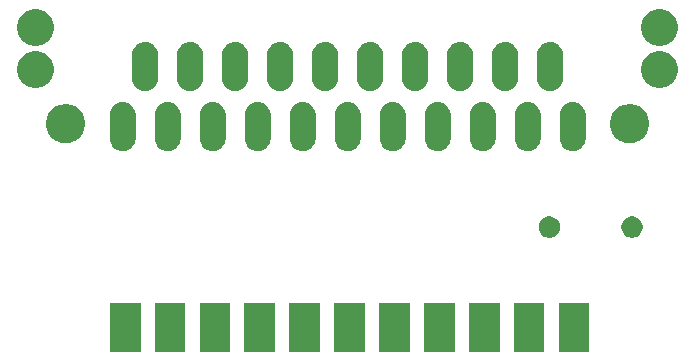
<source format=gbs>
G04 #@! TF.GenerationSoftware,KiCad,Pcbnew,(5.1.0)-1*
G04 #@! TF.CreationDate,2019-04-07T00:40:10-04:00*
G04 #@! TF.ProjectId,Lightgunverter SCART Breakout,4c696768-7467-4756-9e76-657274657220,rev?*
G04 #@! TF.SameCoordinates,Original*
G04 #@! TF.FileFunction,Soldermask,Bot*
G04 #@! TF.FilePolarity,Negative*
%FSLAX46Y46*%
G04 Gerber Fmt 4.6, Leading zero omitted, Abs format (unit mm)*
G04 Created by KiCad (PCBNEW (5.1.0)-1) date 2019-04-07 00:40:10*
%MOMM*%
%LPD*%
G04 APERTURE LIST*
%ADD10C,0.100000*%
G04 APERTURE END LIST*
D10*
G36*
X127248000Y-129559000D02*
G01*
X124646000Y-129559000D01*
X124646000Y-125457000D01*
X127248000Y-125457000D01*
X127248000Y-129559000D01*
X127248000Y-129559000D01*
G37*
G36*
X161448000Y-129559000D02*
G01*
X158846000Y-129559000D01*
X158846000Y-125457000D01*
X161448000Y-125457000D01*
X161448000Y-129559000D01*
X161448000Y-129559000D01*
G37*
G36*
X165248000Y-129559000D02*
G01*
X162646000Y-129559000D01*
X162646000Y-125457000D01*
X165248000Y-125457000D01*
X165248000Y-129559000D01*
X165248000Y-129559000D01*
G37*
G36*
X157648000Y-129559000D02*
G01*
X155046000Y-129559000D01*
X155046000Y-125457000D01*
X157648000Y-125457000D01*
X157648000Y-129559000D01*
X157648000Y-129559000D01*
G37*
G36*
X153848000Y-129559000D02*
G01*
X151246000Y-129559000D01*
X151246000Y-125457000D01*
X153848000Y-125457000D01*
X153848000Y-129559000D01*
X153848000Y-129559000D01*
G37*
G36*
X150048000Y-129559000D02*
G01*
X147446000Y-129559000D01*
X147446000Y-125457000D01*
X150048000Y-125457000D01*
X150048000Y-129559000D01*
X150048000Y-129559000D01*
G37*
G36*
X146248000Y-129559000D02*
G01*
X143646000Y-129559000D01*
X143646000Y-125457000D01*
X146248000Y-125457000D01*
X146248000Y-129559000D01*
X146248000Y-129559000D01*
G37*
G36*
X142448000Y-129559000D02*
G01*
X139846000Y-129559000D01*
X139846000Y-125457000D01*
X142448000Y-125457000D01*
X142448000Y-129559000D01*
X142448000Y-129559000D01*
G37*
G36*
X138648000Y-129559000D02*
G01*
X136046000Y-129559000D01*
X136046000Y-125457000D01*
X138648000Y-125457000D01*
X138648000Y-129559000D01*
X138648000Y-129559000D01*
G37*
G36*
X134848000Y-129559000D02*
G01*
X132246000Y-129559000D01*
X132246000Y-125457000D01*
X134848000Y-125457000D01*
X134848000Y-129559000D01*
X134848000Y-129559000D01*
G37*
G36*
X131048000Y-129559000D02*
G01*
X128446000Y-129559000D01*
X128446000Y-125457000D01*
X131048000Y-125457000D01*
X131048000Y-129559000D01*
X131048000Y-129559000D01*
G37*
G36*
X168968512Y-118102927D02*
G01*
X169117812Y-118132624D01*
X169281784Y-118200544D01*
X169429354Y-118299147D01*
X169554853Y-118424646D01*
X169653456Y-118572216D01*
X169721376Y-118736188D01*
X169756000Y-118910259D01*
X169756000Y-119087741D01*
X169721376Y-119261812D01*
X169653456Y-119425784D01*
X169554853Y-119573354D01*
X169429354Y-119698853D01*
X169281784Y-119797456D01*
X169117812Y-119865376D01*
X168968512Y-119895073D01*
X168943742Y-119900000D01*
X168766258Y-119900000D01*
X168741488Y-119895073D01*
X168592188Y-119865376D01*
X168428216Y-119797456D01*
X168280646Y-119698853D01*
X168155147Y-119573354D01*
X168056544Y-119425784D01*
X167988624Y-119261812D01*
X167954000Y-119087741D01*
X167954000Y-118910259D01*
X167988624Y-118736188D01*
X168056544Y-118572216D01*
X168155147Y-118424646D01*
X168280646Y-118299147D01*
X168428216Y-118200544D01*
X168592188Y-118132624D01*
X168741488Y-118102927D01*
X168766258Y-118098000D01*
X168943742Y-118098000D01*
X168968512Y-118102927D01*
X168968512Y-118102927D01*
G37*
G36*
X161968512Y-118102927D02*
G01*
X162117812Y-118132624D01*
X162281784Y-118200544D01*
X162429354Y-118299147D01*
X162554853Y-118424646D01*
X162653456Y-118572216D01*
X162721376Y-118736188D01*
X162756000Y-118910259D01*
X162756000Y-119087741D01*
X162721376Y-119261812D01*
X162653456Y-119425784D01*
X162554853Y-119573354D01*
X162429354Y-119698853D01*
X162281784Y-119797456D01*
X162117812Y-119865376D01*
X161968512Y-119895073D01*
X161943742Y-119900000D01*
X161766258Y-119900000D01*
X161741488Y-119895073D01*
X161592188Y-119865376D01*
X161428216Y-119797456D01*
X161280646Y-119698853D01*
X161155147Y-119573354D01*
X161056544Y-119425784D01*
X160988624Y-119261812D01*
X160954000Y-119087741D01*
X160954000Y-118910259D01*
X160988624Y-118736188D01*
X161056544Y-118572216D01*
X161155147Y-118424646D01*
X161280646Y-118299147D01*
X161428216Y-118200544D01*
X161592188Y-118132624D01*
X161741488Y-118102927D01*
X161766258Y-118098000D01*
X161943742Y-118098000D01*
X161968512Y-118102927D01*
X161968512Y-118102927D01*
G37*
G36*
X125944107Y-108423003D02*
G01*
X126149992Y-108485458D01*
X126339725Y-108586872D01*
X126506038Y-108723362D01*
X126642528Y-108889675D01*
X126743942Y-109079408D01*
X126806397Y-109285293D01*
X126822200Y-109445747D01*
X126822200Y-111534253D01*
X126806397Y-111694707D01*
X126743942Y-111900592D01*
X126642528Y-112090325D01*
X126506036Y-112256641D01*
X126393060Y-112349358D01*
X126339729Y-112393125D01*
X126339727Y-112393126D01*
X126149991Y-112494542D01*
X125944106Y-112556997D01*
X125730000Y-112578084D01*
X125515893Y-112556997D01*
X125310008Y-112494542D01*
X125120275Y-112393128D01*
X124953959Y-112256636D01*
X124861242Y-112143660D01*
X124817475Y-112090329D01*
X124716059Y-111900592D01*
X124716058Y-111900591D01*
X124653603Y-111694706D01*
X124637800Y-111534252D01*
X124637801Y-109445747D01*
X124653604Y-109285293D01*
X124716059Y-109079408D01*
X124817473Y-108889675D01*
X124953963Y-108723362D01*
X125120276Y-108586872D01*
X125310009Y-108485458D01*
X125515894Y-108423003D01*
X125730000Y-108401916D01*
X125944107Y-108423003D01*
X125944107Y-108423003D01*
G37*
G36*
X129754107Y-108423003D02*
G01*
X129959992Y-108485458D01*
X130149725Y-108586872D01*
X130316038Y-108723362D01*
X130452528Y-108889675D01*
X130553942Y-109079408D01*
X130616397Y-109285293D01*
X130632200Y-109445747D01*
X130632200Y-111534253D01*
X130616397Y-111694707D01*
X130553942Y-111900592D01*
X130452528Y-112090325D01*
X130316036Y-112256641D01*
X130203060Y-112349358D01*
X130149729Y-112393125D01*
X130149727Y-112393126D01*
X129959991Y-112494542D01*
X129754106Y-112556997D01*
X129540000Y-112578084D01*
X129325893Y-112556997D01*
X129120008Y-112494542D01*
X128930275Y-112393128D01*
X128763959Y-112256636D01*
X128671242Y-112143660D01*
X128627475Y-112090329D01*
X128526059Y-111900592D01*
X128526058Y-111900591D01*
X128463603Y-111694706D01*
X128447800Y-111534252D01*
X128447801Y-109445747D01*
X128463604Y-109285293D01*
X128526059Y-109079408D01*
X128627473Y-108889675D01*
X128763963Y-108723362D01*
X128930276Y-108586872D01*
X129120009Y-108485458D01*
X129325894Y-108423003D01*
X129540000Y-108401916D01*
X129754107Y-108423003D01*
X129754107Y-108423003D01*
G37*
G36*
X137374107Y-108423003D02*
G01*
X137579992Y-108485458D01*
X137769725Y-108586872D01*
X137936038Y-108723362D01*
X138072528Y-108889675D01*
X138173942Y-109079408D01*
X138236397Y-109285293D01*
X138252200Y-109445747D01*
X138252200Y-111534253D01*
X138236397Y-111694707D01*
X138173942Y-111900592D01*
X138072528Y-112090325D01*
X137936036Y-112256641D01*
X137823060Y-112349358D01*
X137769729Y-112393125D01*
X137769727Y-112393126D01*
X137579991Y-112494542D01*
X137374106Y-112556997D01*
X137160000Y-112578084D01*
X136945893Y-112556997D01*
X136740008Y-112494542D01*
X136550275Y-112393128D01*
X136383959Y-112256636D01*
X136291242Y-112143660D01*
X136247475Y-112090329D01*
X136146059Y-111900592D01*
X136146058Y-111900591D01*
X136083603Y-111694706D01*
X136067800Y-111534252D01*
X136067801Y-109445747D01*
X136083604Y-109285293D01*
X136146059Y-109079408D01*
X136247473Y-108889675D01*
X136383963Y-108723362D01*
X136550276Y-108586872D01*
X136740009Y-108485458D01*
X136945894Y-108423003D01*
X137160000Y-108401916D01*
X137374107Y-108423003D01*
X137374107Y-108423003D01*
G37*
G36*
X141184107Y-108423003D02*
G01*
X141389992Y-108485458D01*
X141579725Y-108586872D01*
X141746038Y-108723362D01*
X141882528Y-108889675D01*
X141983942Y-109079408D01*
X142046397Y-109285293D01*
X142062200Y-109445747D01*
X142062200Y-111534253D01*
X142046397Y-111694707D01*
X141983942Y-111900592D01*
X141882528Y-112090325D01*
X141746036Y-112256641D01*
X141633060Y-112349358D01*
X141579729Y-112393125D01*
X141579727Y-112393126D01*
X141389991Y-112494542D01*
X141184106Y-112556997D01*
X140970000Y-112578084D01*
X140755893Y-112556997D01*
X140550008Y-112494542D01*
X140360275Y-112393128D01*
X140193959Y-112256636D01*
X140101242Y-112143660D01*
X140057475Y-112090329D01*
X139956059Y-111900592D01*
X139956058Y-111900591D01*
X139893603Y-111694706D01*
X139877800Y-111534252D01*
X139877801Y-109445747D01*
X139893604Y-109285293D01*
X139956059Y-109079408D01*
X140057473Y-108889675D01*
X140193963Y-108723362D01*
X140360276Y-108586872D01*
X140550009Y-108485458D01*
X140755894Y-108423003D01*
X140970000Y-108401916D01*
X141184107Y-108423003D01*
X141184107Y-108423003D01*
G37*
G36*
X144994107Y-108423003D02*
G01*
X145199992Y-108485458D01*
X145389725Y-108586872D01*
X145556038Y-108723362D01*
X145692528Y-108889675D01*
X145793942Y-109079408D01*
X145856397Y-109285293D01*
X145872200Y-109445747D01*
X145872200Y-111534253D01*
X145856397Y-111694707D01*
X145793942Y-111900592D01*
X145692528Y-112090325D01*
X145556036Y-112256641D01*
X145443060Y-112349358D01*
X145389729Y-112393125D01*
X145389727Y-112393126D01*
X145199991Y-112494542D01*
X144994106Y-112556997D01*
X144780000Y-112578084D01*
X144565893Y-112556997D01*
X144360008Y-112494542D01*
X144170275Y-112393128D01*
X144003959Y-112256636D01*
X143911242Y-112143660D01*
X143867475Y-112090329D01*
X143766059Y-111900592D01*
X143766058Y-111900591D01*
X143703603Y-111694706D01*
X143687800Y-111534252D01*
X143687801Y-109445747D01*
X143703604Y-109285293D01*
X143766059Y-109079408D01*
X143867473Y-108889675D01*
X144003963Y-108723362D01*
X144170276Y-108586872D01*
X144360009Y-108485458D01*
X144565894Y-108423003D01*
X144780000Y-108401916D01*
X144994107Y-108423003D01*
X144994107Y-108423003D01*
G37*
G36*
X152614107Y-108423003D02*
G01*
X152819992Y-108485458D01*
X153009725Y-108586872D01*
X153176038Y-108723362D01*
X153312528Y-108889675D01*
X153413942Y-109079408D01*
X153476397Y-109285293D01*
X153492200Y-109445747D01*
X153492200Y-111534253D01*
X153476397Y-111694707D01*
X153413942Y-111900592D01*
X153312528Y-112090325D01*
X153176036Y-112256641D01*
X153063060Y-112349358D01*
X153009729Y-112393125D01*
X153009727Y-112393126D01*
X152819991Y-112494542D01*
X152614106Y-112556997D01*
X152400000Y-112578084D01*
X152185893Y-112556997D01*
X151980008Y-112494542D01*
X151790275Y-112393128D01*
X151623959Y-112256636D01*
X151531242Y-112143660D01*
X151487475Y-112090329D01*
X151386059Y-111900592D01*
X151386058Y-111900591D01*
X151323603Y-111694706D01*
X151307800Y-111534252D01*
X151307801Y-109445747D01*
X151323604Y-109285293D01*
X151386059Y-109079408D01*
X151487473Y-108889675D01*
X151623963Y-108723362D01*
X151790276Y-108586872D01*
X151980009Y-108485458D01*
X152185894Y-108423003D01*
X152400000Y-108401916D01*
X152614107Y-108423003D01*
X152614107Y-108423003D01*
G37*
G36*
X156424107Y-108423003D02*
G01*
X156629992Y-108485458D01*
X156819725Y-108586872D01*
X156986038Y-108723362D01*
X157122528Y-108889675D01*
X157223942Y-109079408D01*
X157286397Y-109285293D01*
X157302200Y-109445747D01*
X157302200Y-111534253D01*
X157286397Y-111694707D01*
X157223942Y-111900592D01*
X157122528Y-112090325D01*
X156986036Y-112256641D01*
X156873060Y-112349358D01*
X156819729Y-112393125D01*
X156819727Y-112393126D01*
X156629991Y-112494542D01*
X156424106Y-112556997D01*
X156210000Y-112578084D01*
X155995893Y-112556997D01*
X155790008Y-112494542D01*
X155600275Y-112393128D01*
X155433959Y-112256636D01*
X155341242Y-112143660D01*
X155297475Y-112090329D01*
X155196059Y-111900592D01*
X155196058Y-111900591D01*
X155133603Y-111694706D01*
X155117800Y-111534252D01*
X155117801Y-109445747D01*
X155133604Y-109285293D01*
X155196059Y-109079408D01*
X155297473Y-108889675D01*
X155433963Y-108723362D01*
X155600276Y-108586872D01*
X155790009Y-108485458D01*
X155995894Y-108423003D01*
X156210000Y-108401916D01*
X156424107Y-108423003D01*
X156424107Y-108423003D01*
G37*
G36*
X160234107Y-108423003D02*
G01*
X160439992Y-108485458D01*
X160629725Y-108586872D01*
X160796038Y-108723362D01*
X160932528Y-108889675D01*
X161033942Y-109079408D01*
X161096397Y-109285293D01*
X161112200Y-109445747D01*
X161112200Y-111534253D01*
X161096397Y-111694707D01*
X161033942Y-111900592D01*
X160932528Y-112090325D01*
X160796036Y-112256641D01*
X160683060Y-112349358D01*
X160629729Y-112393125D01*
X160629727Y-112393126D01*
X160439991Y-112494542D01*
X160234106Y-112556997D01*
X160020000Y-112578084D01*
X159805893Y-112556997D01*
X159600008Y-112494542D01*
X159410275Y-112393128D01*
X159243959Y-112256636D01*
X159151242Y-112143660D01*
X159107475Y-112090329D01*
X159006059Y-111900592D01*
X159006058Y-111900591D01*
X158943603Y-111694706D01*
X158927800Y-111534252D01*
X158927801Y-109445747D01*
X158943604Y-109285293D01*
X159006059Y-109079408D01*
X159107473Y-108889675D01*
X159243963Y-108723362D01*
X159410276Y-108586872D01*
X159600009Y-108485458D01*
X159805894Y-108423003D01*
X160020000Y-108401916D01*
X160234107Y-108423003D01*
X160234107Y-108423003D01*
G37*
G36*
X164044107Y-108423003D02*
G01*
X164249992Y-108485458D01*
X164439725Y-108586872D01*
X164606038Y-108723362D01*
X164742528Y-108889675D01*
X164843942Y-109079408D01*
X164906397Y-109285293D01*
X164922200Y-109445747D01*
X164922200Y-111534253D01*
X164906397Y-111694707D01*
X164843942Y-111900592D01*
X164742528Y-112090325D01*
X164606036Y-112256641D01*
X164493060Y-112349358D01*
X164439729Y-112393125D01*
X164439727Y-112393126D01*
X164249991Y-112494542D01*
X164044106Y-112556997D01*
X163830000Y-112578084D01*
X163615893Y-112556997D01*
X163410008Y-112494542D01*
X163220275Y-112393128D01*
X163053959Y-112256636D01*
X162961242Y-112143660D01*
X162917475Y-112090329D01*
X162816059Y-111900592D01*
X162816058Y-111900591D01*
X162753603Y-111694706D01*
X162737800Y-111534252D01*
X162737801Y-109445747D01*
X162753604Y-109285293D01*
X162816059Y-109079408D01*
X162917473Y-108889675D01*
X163053963Y-108723362D01*
X163220276Y-108586872D01*
X163410009Y-108485458D01*
X163615894Y-108423003D01*
X163830000Y-108401916D01*
X164044107Y-108423003D01*
X164044107Y-108423003D01*
G37*
G36*
X133564107Y-108423003D02*
G01*
X133769992Y-108485458D01*
X133959725Y-108586872D01*
X134126038Y-108723362D01*
X134262528Y-108889675D01*
X134363942Y-109079408D01*
X134426397Y-109285293D01*
X134442200Y-109445747D01*
X134442200Y-111534253D01*
X134426397Y-111694707D01*
X134363942Y-111900592D01*
X134262528Y-112090325D01*
X134126036Y-112256641D01*
X134013060Y-112349358D01*
X133959729Y-112393125D01*
X133959727Y-112393126D01*
X133769991Y-112494542D01*
X133564106Y-112556997D01*
X133350000Y-112578084D01*
X133135893Y-112556997D01*
X132930008Y-112494542D01*
X132740275Y-112393128D01*
X132573959Y-112256636D01*
X132481242Y-112143660D01*
X132437475Y-112090329D01*
X132336059Y-111900592D01*
X132336058Y-111900591D01*
X132273603Y-111694706D01*
X132257800Y-111534252D01*
X132257801Y-109445747D01*
X132273604Y-109285293D01*
X132336059Y-109079408D01*
X132437473Y-108889675D01*
X132573963Y-108723362D01*
X132740276Y-108586872D01*
X132930009Y-108485458D01*
X133135894Y-108423003D01*
X133350000Y-108401916D01*
X133564107Y-108423003D01*
X133564107Y-108423003D01*
G37*
G36*
X148804107Y-108423003D02*
G01*
X149009992Y-108485458D01*
X149199725Y-108586872D01*
X149366038Y-108723362D01*
X149502528Y-108889675D01*
X149603942Y-109079408D01*
X149666397Y-109285293D01*
X149682200Y-109445747D01*
X149682200Y-111534253D01*
X149666397Y-111694707D01*
X149603942Y-111900592D01*
X149502528Y-112090325D01*
X149366036Y-112256641D01*
X149253060Y-112349358D01*
X149199729Y-112393125D01*
X149199727Y-112393126D01*
X149009991Y-112494542D01*
X148804106Y-112556997D01*
X148590000Y-112578084D01*
X148375893Y-112556997D01*
X148170008Y-112494542D01*
X147980275Y-112393128D01*
X147813959Y-112256636D01*
X147721242Y-112143660D01*
X147677475Y-112090329D01*
X147576059Y-111900592D01*
X147576058Y-111900591D01*
X147513603Y-111694706D01*
X147497800Y-111534252D01*
X147497801Y-109445747D01*
X147513604Y-109285293D01*
X147576059Y-109079408D01*
X147677473Y-108889675D01*
X147813963Y-108723362D01*
X147980276Y-108586872D01*
X148170009Y-108485458D01*
X148375894Y-108423003D01*
X148590000Y-108401916D01*
X148804107Y-108423003D01*
X148804107Y-108423003D01*
G37*
G36*
X121279256Y-108627298D02*
G01*
X121385579Y-108648447D01*
X121686042Y-108772903D01*
X121956451Y-108953585D01*
X122186415Y-109183549D01*
X122367097Y-109453958D01*
X122491553Y-109754421D01*
X122555000Y-110073391D01*
X122555000Y-110398609D01*
X122491553Y-110717579D01*
X122367097Y-111018042D01*
X122186415Y-111288451D01*
X121956451Y-111518415D01*
X121686042Y-111699097D01*
X121385579Y-111823553D01*
X121279256Y-111844702D01*
X121066611Y-111887000D01*
X120741389Y-111887000D01*
X120528744Y-111844702D01*
X120422421Y-111823553D01*
X120121958Y-111699097D01*
X119851549Y-111518415D01*
X119621585Y-111288451D01*
X119440903Y-111018042D01*
X119316447Y-110717579D01*
X119253000Y-110398609D01*
X119253000Y-110073391D01*
X119316447Y-109754421D01*
X119440903Y-109453958D01*
X119621585Y-109183549D01*
X119851549Y-108953585D01*
X120121958Y-108772903D01*
X120422421Y-108648447D01*
X120528744Y-108627298D01*
X120741389Y-108585000D01*
X121066611Y-108585000D01*
X121279256Y-108627298D01*
X121279256Y-108627298D01*
G37*
G36*
X169031256Y-108627298D02*
G01*
X169137579Y-108648447D01*
X169438042Y-108772903D01*
X169708451Y-108953585D01*
X169938415Y-109183549D01*
X170119097Y-109453958D01*
X170243553Y-109754421D01*
X170307000Y-110073391D01*
X170307000Y-110398609D01*
X170243553Y-110717579D01*
X170119097Y-111018042D01*
X169938415Y-111288451D01*
X169708451Y-111518415D01*
X169438042Y-111699097D01*
X169137579Y-111823553D01*
X169031256Y-111844702D01*
X168818611Y-111887000D01*
X168493389Y-111887000D01*
X168280744Y-111844702D01*
X168174421Y-111823553D01*
X167873958Y-111699097D01*
X167603549Y-111518415D01*
X167373585Y-111288451D01*
X167192903Y-111018042D01*
X167068447Y-110717579D01*
X167005000Y-110398609D01*
X167005000Y-110073391D01*
X167068447Y-109754421D01*
X167192903Y-109453958D01*
X167373585Y-109183549D01*
X167603549Y-108953585D01*
X167873958Y-108772903D01*
X168174421Y-108648447D01*
X168280744Y-108627298D01*
X168493389Y-108585000D01*
X168818611Y-108585000D01*
X169031256Y-108627298D01*
X169031256Y-108627298D01*
G37*
G36*
X131659107Y-103343003D02*
G01*
X131864992Y-103405458D01*
X132054725Y-103506872D01*
X132054728Y-103506874D01*
X132054729Y-103506875D01*
X132180706Y-103610262D01*
X132221038Y-103643362D01*
X132357528Y-103809675D01*
X132458942Y-103999408D01*
X132521397Y-104205293D01*
X132537200Y-104365747D01*
X132537200Y-106454253D01*
X132521397Y-106614707D01*
X132458942Y-106820592D01*
X132357528Y-107010325D01*
X132221036Y-107176641D01*
X132108059Y-107269358D01*
X132054729Y-107313125D01*
X132054727Y-107313126D01*
X131864991Y-107414542D01*
X131659106Y-107476997D01*
X131445000Y-107498084D01*
X131230893Y-107476997D01*
X131025008Y-107414542D01*
X130835275Y-107313128D01*
X130668959Y-107176636D01*
X130563795Y-107048492D01*
X130532475Y-107010329D01*
X130522067Y-106990856D01*
X130431058Y-106820591D01*
X130368603Y-106614706D01*
X130352800Y-106454252D01*
X130352801Y-104365747D01*
X130368604Y-104205293D01*
X130431059Y-103999408D01*
X130532473Y-103809675D01*
X130668963Y-103643362D01*
X130709295Y-103610262D01*
X130835272Y-103506875D01*
X130835273Y-103506874D01*
X130835276Y-103506872D01*
X131025009Y-103405458D01*
X131230894Y-103343003D01*
X131445000Y-103321916D01*
X131659107Y-103343003D01*
X131659107Y-103343003D01*
G37*
G36*
X146899107Y-103343003D02*
G01*
X147104992Y-103405458D01*
X147294725Y-103506872D01*
X147294728Y-103506874D01*
X147294729Y-103506875D01*
X147420706Y-103610262D01*
X147461038Y-103643362D01*
X147597528Y-103809675D01*
X147698942Y-103999408D01*
X147761397Y-104205293D01*
X147777200Y-104365747D01*
X147777200Y-106454253D01*
X147761397Y-106614707D01*
X147698942Y-106820592D01*
X147597528Y-107010325D01*
X147461036Y-107176641D01*
X147348059Y-107269358D01*
X147294729Y-107313125D01*
X147294727Y-107313126D01*
X147104991Y-107414542D01*
X146899106Y-107476997D01*
X146685000Y-107498084D01*
X146470893Y-107476997D01*
X146265008Y-107414542D01*
X146075275Y-107313128D01*
X145908959Y-107176636D01*
X145803795Y-107048492D01*
X145772475Y-107010329D01*
X145762067Y-106990856D01*
X145671058Y-106820591D01*
X145608603Y-106614706D01*
X145592800Y-106454252D01*
X145592801Y-104365747D01*
X145608604Y-104205293D01*
X145671059Y-103999408D01*
X145772473Y-103809675D01*
X145908963Y-103643362D01*
X145949295Y-103610262D01*
X146075272Y-103506875D01*
X146075273Y-103506874D01*
X146075276Y-103506872D01*
X146265009Y-103405458D01*
X146470894Y-103343003D01*
X146685000Y-103321916D01*
X146899107Y-103343003D01*
X146899107Y-103343003D01*
G37*
G36*
X143089107Y-103343003D02*
G01*
X143294992Y-103405458D01*
X143484725Y-103506872D01*
X143484728Y-103506874D01*
X143484729Y-103506875D01*
X143610706Y-103610262D01*
X143651038Y-103643362D01*
X143787528Y-103809675D01*
X143888942Y-103999408D01*
X143951397Y-104205293D01*
X143967200Y-104365747D01*
X143967200Y-106454253D01*
X143951397Y-106614707D01*
X143888942Y-106820592D01*
X143787528Y-107010325D01*
X143651036Y-107176641D01*
X143538059Y-107269358D01*
X143484729Y-107313125D01*
X143484727Y-107313126D01*
X143294991Y-107414542D01*
X143089106Y-107476997D01*
X142875000Y-107498084D01*
X142660893Y-107476997D01*
X142455008Y-107414542D01*
X142265275Y-107313128D01*
X142098959Y-107176636D01*
X141993795Y-107048492D01*
X141962475Y-107010329D01*
X141952067Y-106990856D01*
X141861058Y-106820591D01*
X141798603Y-106614706D01*
X141782800Y-106454252D01*
X141782801Y-104365747D01*
X141798604Y-104205293D01*
X141861059Y-103999408D01*
X141962473Y-103809675D01*
X142098963Y-103643362D01*
X142139295Y-103610262D01*
X142265272Y-103506875D01*
X142265273Y-103506874D01*
X142265276Y-103506872D01*
X142455009Y-103405458D01*
X142660894Y-103343003D01*
X142875000Y-103321916D01*
X143089107Y-103343003D01*
X143089107Y-103343003D01*
G37*
G36*
X150709107Y-103343003D02*
G01*
X150914992Y-103405458D01*
X151104725Y-103506872D01*
X151104728Y-103506874D01*
X151104729Y-103506875D01*
X151230706Y-103610262D01*
X151271038Y-103643362D01*
X151407528Y-103809675D01*
X151508942Y-103999408D01*
X151571397Y-104205293D01*
X151587200Y-104365747D01*
X151587200Y-106454253D01*
X151571397Y-106614707D01*
X151508942Y-106820592D01*
X151407528Y-107010325D01*
X151271036Y-107176641D01*
X151158059Y-107269358D01*
X151104729Y-107313125D01*
X151104727Y-107313126D01*
X150914991Y-107414542D01*
X150709106Y-107476997D01*
X150495000Y-107498084D01*
X150280893Y-107476997D01*
X150075008Y-107414542D01*
X149885275Y-107313128D01*
X149718959Y-107176636D01*
X149613795Y-107048492D01*
X149582475Y-107010329D01*
X149572067Y-106990856D01*
X149481058Y-106820591D01*
X149418603Y-106614706D01*
X149402800Y-106454252D01*
X149402801Y-104365747D01*
X149418604Y-104205293D01*
X149481059Y-103999408D01*
X149582473Y-103809675D01*
X149718963Y-103643362D01*
X149759295Y-103610262D01*
X149885272Y-103506875D01*
X149885273Y-103506874D01*
X149885276Y-103506872D01*
X150075009Y-103405458D01*
X150280894Y-103343003D01*
X150495000Y-103321916D01*
X150709107Y-103343003D01*
X150709107Y-103343003D01*
G37*
G36*
X139279107Y-103343003D02*
G01*
X139484992Y-103405458D01*
X139674725Y-103506872D01*
X139674728Y-103506874D01*
X139674729Y-103506875D01*
X139800706Y-103610262D01*
X139841038Y-103643362D01*
X139977528Y-103809675D01*
X140078942Y-103999408D01*
X140141397Y-104205293D01*
X140157200Y-104365747D01*
X140157200Y-106454253D01*
X140141397Y-106614707D01*
X140078942Y-106820592D01*
X139977528Y-107010325D01*
X139841036Y-107176641D01*
X139728059Y-107269358D01*
X139674729Y-107313125D01*
X139674727Y-107313126D01*
X139484991Y-107414542D01*
X139279106Y-107476997D01*
X139065000Y-107498084D01*
X138850893Y-107476997D01*
X138645008Y-107414542D01*
X138455275Y-107313128D01*
X138288959Y-107176636D01*
X138183795Y-107048492D01*
X138152475Y-107010329D01*
X138142067Y-106990856D01*
X138051058Y-106820591D01*
X137988603Y-106614706D01*
X137972800Y-106454252D01*
X137972801Y-104365747D01*
X137988604Y-104205293D01*
X138051059Y-103999408D01*
X138152473Y-103809675D01*
X138288963Y-103643362D01*
X138329295Y-103610262D01*
X138455272Y-103506875D01*
X138455273Y-103506874D01*
X138455276Y-103506872D01*
X138645009Y-103405458D01*
X138850894Y-103343003D01*
X139065000Y-103321916D01*
X139279107Y-103343003D01*
X139279107Y-103343003D01*
G37*
G36*
X154519107Y-103343003D02*
G01*
X154724992Y-103405458D01*
X154914725Y-103506872D01*
X154914728Y-103506874D01*
X154914729Y-103506875D01*
X155040706Y-103610262D01*
X155081038Y-103643362D01*
X155217528Y-103809675D01*
X155318942Y-103999408D01*
X155381397Y-104205293D01*
X155397200Y-104365747D01*
X155397200Y-106454253D01*
X155381397Y-106614707D01*
X155318942Y-106820592D01*
X155217528Y-107010325D01*
X155081036Y-107176641D01*
X154968059Y-107269358D01*
X154914729Y-107313125D01*
X154914727Y-107313126D01*
X154724991Y-107414542D01*
X154519106Y-107476997D01*
X154305000Y-107498084D01*
X154090893Y-107476997D01*
X153885008Y-107414542D01*
X153695275Y-107313128D01*
X153528959Y-107176636D01*
X153423795Y-107048492D01*
X153392475Y-107010329D01*
X153382067Y-106990856D01*
X153291058Y-106820591D01*
X153228603Y-106614706D01*
X153212800Y-106454252D01*
X153212801Y-104365747D01*
X153228604Y-104205293D01*
X153291059Y-103999408D01*
X153392473Y-103809675D01*
X153528963Y-103643362D01*
X153569295Y-103610262D01*
X153695272Y-103506875D01*
X153695273Y-103506874D01*
X153695276Y-103506872D01*
X153885009Y-103405458D01*
X154090894Y-103343003D01*
X154305000Y-103321916D01*
X154519107Y-103343003D01*
X154519107Y-103343003D01*
G37*
G36*
X158329107Y-103343003D02*
G01*
X158534992Y-103405458D01*
X158724725Y-103506872D01*
X158724728Y-103506874D01*
X158724729Y-103506875D01*
X158850706Y-103610262D01*
X158891038Y-103643362D01*
X159027528Y-103809675D01*
X159128942Y-103999408D01*
X159191397Y-104205293D01*
X159207200Y-104365747D01*
X159207200Y-106454253D01*
X159191397Y-106614707D01*
X159128942Y-106820592D01*
X159027528Y-107010325D01*
X158891036Y-107176641D01*
X158778059Y-107269358D01*
X158724729Y-107313125D01*
X158724727Y-107313126D01*
X158534991Y-107414542D01*
X158329106Y-107476997D01*
X158115000Y-107498084D01*
X157900893Y-107476997D01*
X157695008Y-107414542D01*
X157505275Y-107313128D01*
X157338959Y-107176636D01*
X157233795Y-107048492D01*
X157202475Y-107010329D01*
X157192067Y-106990856D01*
X157101058Y-106820591D01*
X157038603Y-106614706D01*
X157022800Y-106454252D01*
X157022801Y-104365747D01*
X157038604Y-104205293D01*
X157101059Y-103999408D01*
X157202473Y-103809675D01*
X157338963Y-103643362D01*
X157379295Y-103610262D01*
X157505272Y-103506875D01*
X157505273Y-103506874D01*
X157505276Y-103506872D01*
X157695009Y-103405458D01*
X157900894Y-103343003D01*
X158115000Y-103321916D01*
X158329107Y-103343003D01*
X158329107Y-103343003D01*
G37*
G36*
X162139107Y-103343003D02*
G01*
X162344992Y-103405458D01*
X162534725Y-103506872D01*
X162534728Y-103506874D01*
X162534729Y-103506875D01*
X162660706Y-103610262D01*
X162701038Y-103643362D01*
X162837528Y-103809675D01*
X162938942Y-103999408D01*
X163001397Y-104205293D01*
X163017200Y-104365747D01*
X163017200Y-106454253D01*
X163001397Y-106614707D01*
X162938942Y-106820592D01*
X162837528Y-107010325D01*
X162701036Y-107176641D01*
X162588059Y-107269358D01*
X162534729Y-107313125D01*
X162534727Y-107313126D01*
X162344991Y-107414542D01*
X162139106Y-107476997D01*
X161925000Y-107498084D01*
X161710893Y-107476997D01*
X161505008Y-107414542D01*
X161315275Y-107313128D01*
X161148959Y-107176636D01*
X161043795Y-107048492D01*
X161012475Y-107010329D01*
X161002067Y-106990856D01*
X160911058Y-106820591D01*
X160848603Y-106614706D01*
X160832800Y-106454252D01*
X160832801Y-104365747D01*
X160848604Y-104205293D01*
X160911059Y-103999408D01*
X161012473Y-103809675D01*
X161148963Y-103643362D01*
X161189295Y-103610262D01*
X161315272Y-103506875D01*
X161315273Y-103506874D01*
X161315276Y-103506872D01*
X161505009Y-103405458D01*
X161710894Y-103343003D01*
X161925000Y-103321916D01*
X162139107Y-103343003D01*
X162139107Y-103343003D01*
G37*
G36*
X127849107Y-103343003D02*
G01*
X128054992Y-103405458D01*
X128244725Y-103506872D01*
X128244728Y-103506874D01*
X128244729Y-103506875D01*
X128370706Y-103610262D01*
X128411038Y-103643362D01*
X128547528Y-103809675D01*
X128648942Y-103999408D01*
X128711397Y-104205293D01*
X128727200Y-104365747D01*
X128727200Y-106454253D01*
X128711397Y-106614707D01*
X128648942Y-106820592D01*
X128547528Y-107010325D01*
X128411036Y-107176641D01*
X128298059Y-107269358D01*
X128244729Y-107313125D01*
X128244727Y-107313126D01*
X128054991Y-107414542D01*
X127849106Y-107476997D01*
X127635000Y-107498084D01*
X127420893Y-107476997D01*
X127215008Y-107414542D01*
X127025275Y-107313128D01*
X126858959Y-107176636D01*
X126753795Y-107048492D01*
X126722475Y-107010329D01*
X126712067Y-106990856D01*
X126621058Y-106820591D01*
X126558603Y-106614706D01*
X126542800Y-106454252D01*
X126542801Y-104365747D01*
X126558604Y-104205293D01*
X126621059Y-103999408D01*
X126722473Y-103809675D01*
X126858963Y-103643362D01*
X126899295Y-103610262D01*
X127025272Y-103506875D01*
X127025273Y-103506874D01*
X127025276Y-103506872D01*
X127215009Y-103405458D01*
X127420894Y-103343003D01*
X127635000Y-103321916D01*
X127849107Y-103343003D01*
X127849107Y-103343003D01*
G37*
G36*
X135469107Y-103343003D02*
G01*
X135674992Y-103405458D01*
X135864725Y-103506872D01*
X135864728Y-103506874D01*
X135864729Y-103506875D01*
X135990706Y-103610262D01*
X136031038Y-103643362D01*
X136167528Y-103809675D01*
X136268942Y-103999408D01*
X136331397Y-104205293D01*
X136347200Y-104365747D01*
X136347200Y-106454253D01*
X136331397Y-106614707D01*
X136268942Y-106820592D01*
X136167528Y-107010325D01*
X136031036Y-107176641D01*
X135918059Y-107269358D01*
X135864729Y-107313125D01*
X135864727Y-107313126D01*
X135674991Y-107414542D01*
X135469106Y-107476997D01*
X135255000Y-107498084D01*
X135040893Y-107476997D01*
X134835008Y-107414542D01*
X134645275Y-107313128D01*
X134478959Y-107176636D01*
X134373795Y-107048492D01*
X134342475Y-107010329D01*
X134332067Y-106990856D01*
X134241058Y-106820591D01*
X134178603Y-106614706D01*
X134162800Y-106454252D01*
X134162801Y-104365747D01*
X134178604Y-104205293D01*
X134241059Y-103999408D01*
X134342473Y-103809675D01*
X134478963Y-103643362D01*
X134519295Y-103610262D01*
X134645272Y-103506875D01*
X134645273Y-103506874D01*
X134645276Y-103506872D01*
X134835009Y-103405458D01*
X135040894Y-103343003D01*
X135255000Y-103321916D01*
X135469107Y-103343003D01*
X135469107Y-103343003D01*
G37*
G36*
X118819705Y-104161738D02*
G01*
X119104025Y-104279507D01*
X119359907Y-104450482D01*
X119577518Y-104668093D01*
X119748493Y-104923975D01*
X119866262Y-105208295D01*
X119926300Y-105510126D01*
X119926300Y-105817874D01*
X119866262Y-106119705D01*
X119748493Y-106404025D01*
X119577518Y-106659907D01*
X119359907Y-106877518D01*
X119104025Y-107048493D01*
X118819705Y-107166262D01*
X118517874Y-107226300D01*
X118210126Y-107226300D01*
X117908295Y-107166262D01*
X117623975Y-107048493D01*
X117368093Y-106877518D01*
X117150482Y-106659907D01*
X116979507Y-106404025D01*
X116861738Y-106119705D01*
X116801700Y-105817874D01*
X116801700Y-105510126D01*
X116861738Y-105208295D01*
X116979507Y-104923975D01*
X117150482Y-104668093D01*
X117368093Y-104450482D01*
X117623975Y-104279507D01*
X117908295Y-104161738D01*
X118210126Y-104101700D01*
X118517874Y-104101700D01*
X118819705Y-104161738D01*
X118819705Y-104161738D01*
G37*
G36*
X171651705Y-104161738D02*
G01*
X171936025Y-104279507D01*
X172191907Y-104450482D01*
X172409518Y-104668093D01*
X172580493Y-104923975D01*
X172698262Y-105208295D01*
X172758300Y-105510126D01*
X172758300Y-105817874D01*
X172698262Y-106119705D01*
X172580493Y-106404025D01*
X172409518Y-106659907D01*
X172191907Y-106877518D01*
X171936025Y-107048493D01*
X171651705Y-107166262D01*
X171349874Y-107226300D01*
X171042126Y-107226300D01*
X170740295Y-107166262D01*
X170455975Y-107048493D01*
X170200093Y-106877518D01*
X169982482Y-106659907D01*
X169811507Y-106404025D01*
X169693738Y-106119705D01*
X169633700Y-105817874D01*
X169633700Y-105510126D01*
X169693738Y-105208295D01*
X169811507Y-104923975D01*
X169982482Y-104668093D01*
X170200093Y-104450482D01*
X170455975Y-104279507D01*
X170740295Y-104161738D01*
X171042126Y-104101700D01*
X171349874Y-104101700D01*
X171651705Y-104161738D01*
X171651705Y-104161738D01*
G37*
G36*
X171651705Y-100605738D02*
G01*
X171936025Y-100723507D01*
X172191907Y-100894482D01*
X172409518Y-101112093D01*
X172580493Y-101367975D01*
X172698262Y-101652295D01*
X172758300Y-101954126D01*
X172758300Y-102261874D01*
X172698262Y-102563705D01*
X172580493Y-102848025D01*
X172409518Y-103103907D01*
X172191907Y-103321518D01*
X171936025Y-103492493D01*
X171651705Y-103610262D01*
X171349874Y-103670300D01*
X171042126Y-103670300D01*
X170740295Y-103610262D01*
X170455975Y-103492493D01*
X170200093Y-103321518D01*
X169982482Y-103103907D01*
X169811507Y-102848025D01*
X169693738Y-102563705D01*
X169633700Y-102261874D01*
X169633700Y-101954126D01*
X169693738Y-101652295D01*
X169811507Y-101367975D01*
X169982482Y-101112093D01*
X170200093Y-100894482D01*
X170455975Y-100723507D01*
X170740295Y-100605738D01*
X171042126Y-100545700D01*
X171349874Y-100545700D01*
X171651705Y-100605738D01*
X171651705Y-100605738D01*
G37*
G36*
X118819705Y-100605738D02*
G01*
X119104025Y-100723507D01*
X119359907Y-100894482D01*
X119577518Y-101112093D01*
X119748493Y-101367975D01*
X119866262Y-101652295D01*
X119926300Y-101954126D01*
X119926300Y-102261874D01*
X119866262Y-102563705D01*
X119748493Y-102848025D01*
X119577518Y-103103907D01*
X119359907Y-103321518D01*
X119104025Y-103492493D01*
X118819705Y-103610262D01*
X118517874Y-103670300D01*
X118210126Y-103670300D01*
X117908295Y-103610262D01*
X117623975Y-103492493D01*
X117368093Y-103321518D01*
X117150482Y-103103907D01*
X116979507Y-102848025D01*
X116861738Y-102563705D01*
X116801700Y-102261874D01*
X116801700Y-101954126D01*
X116861738Y-101652295D01*
X116979507Y-101367975D01*
X117150482Y-101112093D01*
X117368093Y-100894482D01*
X117623975Y-100723507D01*
X117908295Y-100605738D01*
X118210126Y-100545700D01*
X118517874Y-100545700D01*
X118819705Y-100605738D01*
X118819705Y-100605738D01*
G37*
M02*

</source>
